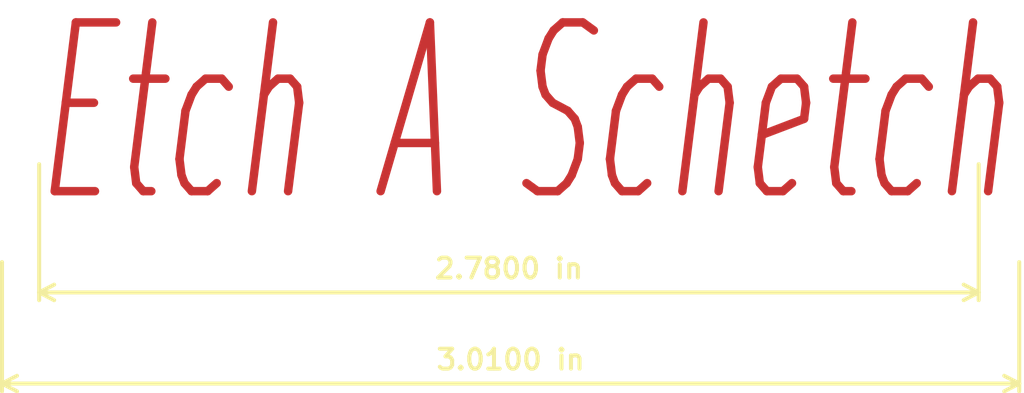
<source format=kicad_pcb>
(kicad_pcb (version 20171130) (host pcbnew "(5.0.0)")

  (general
    (thickness 1.6)
    (drawings 3)
    (tracks 0)
    (zones 0)
    (modules 0)
    (nets 1)
  )

  (page A4)
  (layers
    (0 F.Cu signal)
    (31 B.Cu signal)
    (32 B.Adhes user)
    (33 F.Adhes user)
    (34 B.Paste user)
    (35 F.Paste user)
    (36 B.SilkS user)
    (37 F.SilkS user)
    (38 B.Mask user)
    (39 F.Mask user)
    (40 Dwgs.User user)
    (41 Cmts.User user)
    (42 Eco1.User user)
    (43 Eco2.User user)
    (44 Edge.Cuts user)
    (45 Margin user)
    (46 B.CrtYd user)
    (47 F.CrtYd user)
    (48 B.Fab user)
    (49 F.Fab user)
  )

  (setup
    (last_trace_width 0.25)
    (trace_clearance 0.2)
    (zone_clearance 0.508)
    (zone_45_only no)
    (trace_min 0.2)
    (segment_width 0.2)
    (edge_width 0.15)
    (via_size 0.8)
    (via_drill 0.4)
    (via_min_size 0.4)
    (via_min_drill 0.3)
    (uvia_size 0.3)
    (uvia_drill 0.1)
    (uvias_allowed no)
    (uvia_min_size 0.2)
    (uvia_min_drill 0.1)
    (pcb_text_width 0.3)
    (pcb_text_size 1.5 1.5)
    (mod_edge_width 0.15)
    (mod_text_size 1 1)
    (mod_text_width 0.15)
    (pad_size 1.524 1.524)
    (pad_drill 0.762)
    (pad_to_mask_clearance 0.2)
    (aux_axis_origin 0 0)
    (visible_elements 7FFFFFFF)
    (pcbplotparams
      (layerselection 0x00000_7fffffff)
      (usegerberextensions false)
      (usegerberattributes false)
      (usegerberadvancedattributes false)
      (creategerberjobfile false)
      (excludeedgelayer true)
      (linewidth 0.100000)
      (plotframeref false)
      (viasonmask false)
      (mode 1)
      (useauxorigin false)
      (hpglpennumber 1)
      (hpglpenspeed 20)
      (hpglpendiameter 15.000000)
      (psnegative false)
      (psa4output false)
      (plotreference true)
      (plotvalue true)
      (plotinvisibletext false)
      (padsonsilk false)
      (subtractmaskfromsilk false)
      (outputformat 1)
      (mirror false)
      (drillshape 0)
      (scaleselection 1)
      (outputdirectory ""))
  )

  (net 0 "")

  (net_class Default "This is the default net class."
    (clearance 0.2)
    (trace_width 0.25)
    (via_dia 0.8)
    (via_drill 0.4)
    (uvia_dia 0.3)
    (uvia_drill 0.1)
  )

  (dimension 70.612 (width 0.3) (layer F.SilkS)
    (gr_text "2.7800 in" (at 38.1 28.77) (layer F.SilkS)
      (effects (font (size 1.5 1.5) (thickness 0.3)))
    )
    (feature1 (pts (xy 73.406 17.018) (xy 73.406 27.256421)))
    (feature2 (pts (xy 2.794 17.018) (xy 2.794 27.256421)))
    (crossbar (pts (xy 2.794 26.67) (xy 73.406 26.67)))
    (arrow1a (pts (xy 73.406 26.67) (xy 72.279496 27.256421)))
    (arrow1b (pts (xy 73.406 26.67) (xy 72.279496 26.083579)))
    (arrow2a (pts (xy 2.794 26.67) (xy 3.920504 27.256421)))
    (arrow2b (pts (xy 2.794 26.67) (xy 3.920504 26.083579)))
  )
  (dimension 76.454 (width 0.3) (layer F.SilkS)
    (gr_text "3.0100 in" (at 38.227 35.627999) (layer F.SilkS)
      (effects (font (size 1.5 1.5) (thickness 0.3)))
    )
    (feature1 (pts (xy 76.454 24.384) (xy 76.454 34.11442)))
    (feature2 (pts (xy 0 24.384) (xy 0 34.11442)))
    (crossbar (pts (xy 0 33.527999) (xy 76.454 33.527999)))
    (arrow1a (pts (xy 76.454 33.527999) (xy 75.327496 34.11442)))
    (arrow1b (pts (xy 76.454 33.527999) (xy 75.327496 32.941578)))
    (arrow2a (pts (xy 0 33.527999) (xy 1.126504 34.11442)))
    (arrow2b (pts (xy 0 33.527999) (xy 1.126504 32.941578)))
  )
  (gr_text "Etch A Schetch" (at 39.116 13.208) (layer F.Cu)
    (effects (font (size 12.7 6.35) (thickness 0.635) italic))
  )

)

</source>
